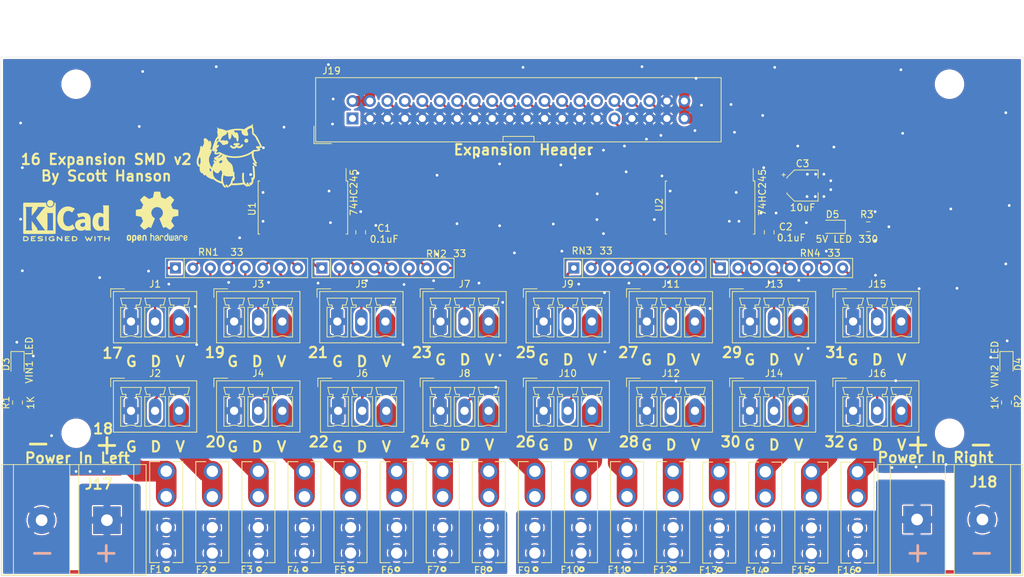
<source format=kicad_pcb>
(kicad_pcb (version 20211014) (generator pcbnew)
  (title_block (title "16 Expansion SMD") (date "2022-05-08") (rev "v2") (company "Scott Hanson"))
  (layers (0 "F.Cu" signal) (31 "B.Cu" signal) (34 "B.Paste" user) (35 "F.Paste" user) (36 "B.SilkS" user "B.Silkscreen") (37 "F.SilkS" user "F.Silkscreen") (38 "B.Mask" user) (39 "F.Mask" user) (44 "Edge.Cuts" user))
  (net 0 "")
  (net 1 "GND")
  (net 2 "+5V")
  (net 3 "Net-(RN1-Pad4)")
  (net 4 "Net-(RN1-Pad2)")
  (net 5 "Net-(RN2-Pad3)")
  (net 6 "Net-(RN2-Pad1)")
  (net 7 "Net-(RN1-Pad8)")
  (net 8 "Net-(RN1-Pad6)")
  (net 9 "Net-(RN2-Pad7)")
  (net 10 "Net-(RN2-Pad5)")
  (net 11 "VIN1")
  (net 12 "/Output 1-8/VOUT1")
  (net 13 "/Output 1-8/VOUT2")
  (net 14 "/Output 1-8/VOUT3")
  (net 15 "/Output 1-8/VOUT4")
  (net 16 "/Output 1-8/VOUT5")
  (net 17 "/Output 1-8/VOUT6")
  (net 18 "/Output 1-8/VOUT7")
  (net 19 "VIN2")
  (net 20 "/Output 1-8/VOUT8")
  (net 21 "/Output 9-16/VOUT9")
  (net 22 "/Output 9-16/VOUT10")
  (net 23 "/Output 9-16/VOUT11")
  (net 24 "/Output 9-16/VOUT12")
  (net 25 "/Output 9-16/VOUT13")
  (net 26 "/Output 9-16/VOUT14")
  (net 27 "/Output 9-16/VOUT15")
  (net 28 "/Output 9-16/VOUT16")
  (net 29 "/Output 1-8/DOUT1")
  (net 30 "/Output 1-8/DOUT2")
  (net 31 "/Output 1-8/DOUT3")
  (net 32 "/Output 1-8/DOUT4")
  (net 33 "/Output 1-8/DOUT5")
  (net 34 "/Output 1-8/DOUT6")
  (net 35 "/Output 1-8/DOUT7")
  (net 36 "/Output 1-8/DOUT8")
  (net 37 "/Output 9-16/DOUT9")
  (net 38 "/Output 9-16/DOUT10")
  (net 39 "/Output 9-16/DOUT11")
  (net 40 "/Output 9-16/DOUT12")
  (net 41 "/Output 9-16/DOUT13")
  (net 42 "/Output 9-16/DOUT14")
  (net 43 "/Output 9-16/DOUT15")
  (net 44 "/Output 9-16/DOUT16")
  (net 45 "Net-(RN3-Pad8)")
  (net 46 "Net-(RN3-Pad6)")
  (net 47 "Net-(RN3-Pad4)")
  (net 48 "Net-(RN3-Pad2)")
  (net 49 "Net-(RN4-Pad7)")
  (net 50 "Net-(RN4-Pad5)")
  (net 51 "Net-(RN4-Pad3)")
  (net 52 "Net-(RN4-Pad1)")
  (net 53 "OUT32")
  (net 54 "OUT24")
  (net 55 "OUT31")
  (net 56 "OUT23")
  (net 57 "OUT30")
  (net 58 "OUT22")
  (net 59 "OUT21")
  (net 60 "OUT20")
  (net 61 "OUT27")
  (net 62 "OUT19")
  (net 63 "OUT26")
  (net 64 "OUT18")
  (net 65 "OUT25")
  (net 66 "OUT17")
  (net 67 "OUT29")
  (net 68 "OUT28")
  (net 69 "Net-(D3-Pad2)")
  (net 70 "Net-(D4-Pad2)")
  (net 71 "Net-(D5-Pad1)")
  (footprint "Capacitor_SMD:C_0805_2012Metric_Pad1.15x1.40mm_HandSolder" (layer "F.Cu") (at 181.901 103.6178 90)
    (fp_text reference "C2")
    (fp_text value "0.1uF")
  )
  (footprint "Connector_Phoenix_MC:PhoenixContact_MCV_1,5_3-G-3.5_1x03_P3.50mm_Vertical" (layer "F.Cu") (at 89.1 129.6)
    (fp_text reference "J2")
    (fp_text value "String2")
  )
  (footprint "Connector_Phoenix_MC:PhoenixContact_MCV_1,5_3-G-3.5_1x03_P3.50mm_Vertical" (layer "F.Cu") (at 119.1 116.6)
    (fp_text reference "J5")
    (fp_text value "String5")
  )
  (footprint "Connector_Phoenix_MC:PhoenixContact_MCV_1,5_3-G-3.5_1x03_P3.50mm_Vertical" (layer "F.Cu") (at 119.214342 129.6)
    (fp_text reference "J6")
    (fp_text value "String6")
  )
  (footprint "Connector_Phoenix_MC:PhoenixContact_MCV_1,5_3-G-3.5_1x03_P3.50mm_Vertical" (layer "F.Cu") (at 134.1 116.6)
    (fp_text reference "J7")
    (fp_text value "String7")
  )
  (footprint "Connector_Phoenix_MC:PhoenixContact_MCV_1,5_3-G-3.5_1x03_P3.50mm_Vertical" (layer "F.Cu") (at 134.1 129.6)
    (fp_text reference "J8")
    (fp_text value "String8")
  )
  (footprint "Connector_Phoenix_MC:PhoenixContact_MCV_1,5_3-G-3.5_1x03_P3.50mm_Vertical" (layer "F.Cu") (at 149.1 116.6)
    (fp_text reference "J9")
    (fp_text value "String9")
  )
  (footprint "Connector_Phoenix_MC:PhoenixContact_MCV_1,5_3-G-3.5_1x03_P3.50mm_Vertical" (layer "F.Cu") (at 149.1 129.6)
    (fp_text reference "J10")
    (fp_text value "String10")
  )
  (footprint "Connector_Phoenix_MC:PhoenixContact_MCV_1,5_3-G-3.5_1x03_P3.50mm_Vertical" (layer "F.Cu") (at 164.1 116.6)
    (fp_text reference "J11")
    (fp_text value "String11")
  )
  (footprint "Connector_Phoenix_MC:PhoenixContact_MCV_1,5_3-G-3.5_1x03_P3.50mm_Vertical" (layer "F.Cu") (at 164.1 129.6)
    (fp_text reference "J12")
    (fp_text value "String12")
  )
  (footprint "Connector_Phoenix_MC:PhoenixContact_MCV_1,5_3-G-3.5_1x03_P3.50mm_Vertical" (layer "F.Cu") (at 179.1 116.6)
    (fp_text reference "J13")
    (fp_text value "String13")
  )
  (footprint "Connector_Phoenix_MC:PhoenixContact_MCV_1,5_3-G-3.5_1x03_P3.50mm_Vertical" (layer "F.Cu") (at 179.1 129.6)
    (fp_text reference "J14")
    (fp_text value "String14")
  )
  (footprint "Connector_Phoenix_MC:PhoenixContact_MCV_1,5_3-G-3.5_1x03_P3.50mm_Vertical" (layer "F.Cu") (at 194.1 116.6)
    (fp_text reference "J15")
    (fp_text value "String15")
  )
  (footprint "Connector_Phoenix_MC:PhoenixContact_MCV_1,5_3-G-3.5_1x03_P3.50mm_Vertical" (layer "F.Cu") (at 194.1 129.6)
    (fp_text reference "J16")
    (fp_text value "String16")
  )
  (footprint "Keystone_Fuse:FUSE_3544-2" (layer "F.Cu") (at 94.2226 144.3386 90)
    (fp_text reference "F1")
    (fp_text value "3544-2")
  )
  (footprint "Keystone_Fuse:FUSE_3544-2" (layer "F.Cu") (at 134.425198 144.3486 90)
    (fp_text reference "F7")
    (fp_text value "3544-2")
  )
  (footprint "Keystone_Fuse:FUSE_3544-2" (layer "F.Cu") (at 181.328229 144.4136 90)
    (fp_text reference "F14")
    (fp_text value "3544-2")
  )
  (footprint "Capacitor_SMD:C_0805_2012Metric_Pad1.15x1.40mm_HandSolder" (layer "F.Cu") (at 122.501 103.6178 90)
    (fp_text reference "C1")
    (fp_text value "0.1uF")
  )
  (footprint "Keystone_Fuse:FUSE_3544-2" (layer "F.Cu") (at 100.923033 144.3536 90)
    (fp_text reference "F2")
    (fp_text value "3544-2")
  )
  (footprint "Keystone_Fuse:FUSE_3544-2" (layer "F.Cu") (at 127.724765 144.3486 90)
    (fp_text reference "F6")
    (fp_text value "3544-2")
  )
  (footprint "Keystone_Fuse:FUSE_3544-2" (layer "F.Cu") (at 141.125631 144.3486 90)
    (fp_text reference "F8")
    (fp_text value "3544-2")
  )
  (footprint "Keystone_Fuse:FUSE_3544-2" (layer "F.Cu") (at 147.826064 144.3486 90)
    (fp_text reference "F9")
    (fp_text value "3544-2")
  )
  (footprint "Keystone_Fuse:FUSE_3544-2" (layer "F.Cu") (at 154.526497 144.3486 90)
    (fp_text reference "F10")
    (fp_text value "3544-2")
  )
  (footprint "Keystone_Fuse:FUSE_3544-2" (layer "F.Cu") (at 194.7291 144.4136 90)
    (fp_text reference "F16")
    (fp_text value "3544-2")
  )
  (footprint "Keystone_Fuse:FUSE_3544-2" (layer "F.Cu") (at 121.024332 144.3486 90)
    (fp_text reference "F5")
    (fp_text value "3544-2")
  )
  (footprint "Keystone_Fuse:FUSE_3544-2" (layer "F.Cu") (at 107.623466 144.3536 90)
    (fp_text reference "F3")
    (fp_text value "3544-2")
  )
  (footprint "Keystone_Fuse:FUSE_3544-2" (layer "F.Cu") (at 174.627796 144.4136 90)
    (fp_text reference "F13")
    (fp_text value "3544-2")
  )
  (footprint "Resistor_THT:R_Array_SIP8" (layer "F.Cu") (at 95.5615 108.8136)
    (fp_text reference "RN1")
    (fp_text value "33")
  )
  (footprint "Keystone_Fuse:FUSE_3544-2" (layer "F.Cu") (at 161.22693 144.3486 90)
    (fp_text reference "F11")
    (fp_text value "3544-2")
  )
  (footprint "Resistor_THT:R_Array_SIP8" (layer "F.Cu") (at 153.4862 108.8136)
    (fp_text reference "RN3")
    (fp_text value "33")
  )
  (footprint "Resistor_THT:R_Array_SIP8" (layer "F.Cu") (at 174.8126 108.8136)
    (fp_text reference "RN4")
    (fp_text value "33")
  )
  (footprint "Resistor_THT:R_Array_SIP8" (layer "F.Cu") (at 116.8527 108.8136)
    (fp_text reference "RN2")
    (fp_text value "33")
  )
  (footprint "Keystone_Fuse:FUSE_3544-2" (layer "F.Cu") (at 114.323899 144.3536 90)
    (fp_text reference "F4")
    (fp_text value "3544-2")
  )
  (footprint "Connector_Phoenix_MC:PhoenixContact_MCV_1,5_3-G-3.5_1x03_P3.50mm_Vertical" (layer "F.Cu") (at 89.1 116.6)
    (fp_text reference "J1")
    (fp_text value "String1")
  )
  (footprint "Connector_Phoenix_MC:PhoenixContact_MCV_1,5_3-G-3.5_1x03_P3.50mm_Vertical" (layer "F.Cu") (at 104.1 116.6)
    (fp_text reference "J3")
    (fp_text value "String3")
  )
  (footprint "Connector_Phoenix_MC:PhoenixContact_MCV_1,5_3-G-3.5_1x03_P3.50mm_Vertical" (layer "F.Cu") (at 104.1 129.6)
    (fp_text reference "J4")
    (fp_text value "String4")
  )
  (footprint "Keystone_Fuse:FUSE_3544-2" (layer "F.Cu") (at 188.028662 144.4136 90)
    (fp_text reference "F15")
    (fp_text value "3544-2")
  )
  (footprint "Keystone_Fuse:FUSE_3544-2" (layer "F.Cu") (at 167.927363 144.3486 90)
    (fp_text reference "F12")
    (fp_text value "3544-2")
  )
  (footprint "MountingHole:MountingHole_3.7mm" (layer "F.Cu") (at 81.113 82.0666)
    (fp_text reference "REF**")
    (fp_text value "MountingHole_3.7mm")
  )
  (footprint "MountingHole:MountingHole_3.7mm" (layer "F.Cu") (at 208.113 82.0666)
    (fp_text reference "REF**")
    (fp_text value "MountingHole_3.7mm")
  )
  (footprint "LED_SMD:LED_0805_2012Metric_Pad1.15x1.40mm_HandSolder" (layer "F.Cu") (at 72.601 122.831 -90)
    (fp_text reference "D3")
    (fp_text value "VIN1 LED")
  )
  (footprint "Resistor_SMD:R_0805_2012Metric_Pad1.15x1.40mm_HandSolder" (layer "F.Cu") (at 72.601 128.392 -90)
    (fp_text reference "R1")
    (fp_text value "1K")
  )
  (footprint "LED_SMD:LED_0805_2012Metric_Pad1.15x1.40mm_HandSolder" (layer "F.Cu") (at 191.101 102.8178 180)
    (fp_text reference "D5")
    (fp_text value "5V LED")
  )
  (footprint "Connector_IDC:IDC-Header_2x20_P2.54mm_Vertical" (layer "F.Cu") (at 121.301 87.0578 90)
    (fp_text reference "J19")
    (fp_text value "Expansion Header")
  )
  (footprint "Resistor_SMD:R_0805_2012Metric_Pad1.15x1.40mm_HandSolder" (layer "F.Cu") (at 196.301 102.8178 180)
    (fp_text reference "R3")
    (fp_text value "330")
  )
  (footprint "Symbol:OSHW-Logo2_9.8x8mm_SilkScreen" (layer "F.Cu") (at 92.901 101.4178)
    (fp_text reference "REF**" hide)
    (fp_text value "OSHW-Logo2_9.8x8mm_SilkScreen" hide)
  )
  (footprint "Symbol:KiCad-Logo2_5mm_SilkScreen" (layer "F.Cu") (at 79.701 101.9178)
    (fp_text reference "REF**" hide)
    (fp_text value "KiCad-Logo2_5mm_SilkScreen" hide)
  )
  (footprint "Barrier_Blocks:BARRIER_BLOCK_1ROW_2POS_P9.5MM" (layer "F.Cu") (at 91.301 137.4178 180)
    (fp_text reference "J17")
    (fp_text value "Power In Left")
  )
  (footprint "MountingHole:MountingHole_3.7mm" (layer "F.Cu") (at 208.1276 132.8666)
    (fp_text reference "REF**")
    (fp_text value "MountingHole_3.7mm")
  )
  (footprint "Barrier_Blocks:BARRIER_BLOCK_1ROW_2POS_P9.5MM" (layer "F.Cu") (at 197.701 153.5178)
    (fp_text reference "J18")
    (fp_text value "Power In Right")
  )
  (footprint "Resistor_SMD:R_0805_2012Metric_Pad1.15x1.40mm_HandSolder" (layer "F.Cu") (at 216.401 128.392 -90)
    (fp_text reference "R2")
    (fp_text value "1K")
  )
  (footprint "LED_SMD:LED_0805_2012Metric_Pad1.15x1.40mm_HandSolder" (layer "F.Cu") (at 216.401 122.831 -90)
    (fp_text reference "D4")
    (fp_text value "VIN2 LED")
  )
  (footprint "Package_SO:SOIC-20W_7.5x12.8mm_P1.27mm" (layer "F.Cu") (at 173.301 100.0178 -90)
    (fp_text reference "U2")
    (fp_text value "74HC245")
  )
  (footprint "Package_SO:SOIC-20W_7.5x12.8mm_P1.27mm" (layer "F.Cu") (at 114.101 100.0178 -90)
    (fp_text reference "U1")
    (fp_text value "74HC245")
  )
  (footprint "Scotts:chewi_15" (layer "F.Cu") (at 103.191 91.3378)
    (fp_text reference "G***")
    (fp_text value "LOGO" hide)
  )
  (footprint "Capacitor_SMD:CP_Elec_4x5.3" (layer "F.Cu") (at 186.751 96.8178)
    (fp_text reference "C3")
    (fp_text value "10uF")
  )
  (footprint "MountingHole:MountingHole_3.7mm" (layer "F.Cu") (at 81.1276 132.8666)
    (fp_text reference "REF**")
    (fp_text value "MountingHole_3.7mm")
  )
  (gr_line (start 147.701 90.4678) (end 147.701 89.6678) (layer "F.SilkS") (width 0.12))
  (gr_line (start 147.701 89.6678) (end 143.201 89.6678) (layer "F.SilkS") (width 0.12))
  (gr_line (start 143.201 89.6678) (end 143.201 90.4678) (layer "F.SilkS") (width 0.12))
  (gr_line (start 218.801 153.6178) (end 218.801 78.1178) (layer "Edge.Cuts") (width 0.05))
  (gr_line (start 70.201 78.1178) (end 70.201 153.6178) (layer "Edge.Cuts") (width 0.05))
  (gr_line (start 218.801 78.1178) (end 70.201 78.1178) (layer "Edge.Cuts") (width 0.05))
  (gr_line (start 218.801 153.6178) (end 70.201 153.6178) (layer "Edge.Cuts") (width 0.05))
  (gr_text "-" (at 76.201 150.1178) (layer "B.SilkS") (effects (font (size 3 3) (thickness 0.4)) (justify mirror)))
  (gr_text "+" (at 85.501 150.1178) (layer "B.SilkS") (effects (font (size 3 3) (thickness 0.4)) (justify mirror)))
  (gr_text "+" (at 203.501 150.1178) (layer "B.SilkS") (effects (font (size 3 3) (thickness 0.4)) (justify mirror)))
  (gr_text "-" (at 212.801 150.1178) (layer "B.SilkS") (effects (font (size 3 3) (thickness 0.4)) (justify mirror)))
  (gr_text "G" (at 103.886 134.828) (layer "F.SilkS") (effects (font (size 1.5 1.5) (thickness 0.3))))
  (gr_text "D" (at 122.682 134.828) (layer "F.SilkS") (effects (font (size 1.5 1.5) (thickness 0.3))))
  (gr_text "V" (at 171.196 134.574) (layer "F.SilkS") (effects (font (size 1.5 1.5) (thickness 0.3))))
  (gr_text "D" (at 167.64 134.574) (layer "F.SilkS") (effects (font (size 1.5 1.5) (thickness 0.3))))
  (gr_text "V" (at 186.182 134.574) (layer "F.SilkS") (effects (font (size 1.5 1.5) (thickness 0.3))))
  (gr_text "G" (at 119.126 134.828) (layer "F.SilkS") (effects (font (size 1.5 1.5) (thickness 0.3))))
  (gr_text "G" (at 179.07 134.574) (layer "F.SilkS") (effects (font (size 1.5 1.5) (thickness 0.3))))
  (gr_text "V" (at 201.168 134.574) (layer "F.SilkS") (effects (font (size 1.5 1.5) (thickness 0.3))))
  (gr_text "D" (at 197.612 134.574) (layer "F.SilkS") (effects (font (size 1.5 1.5) (thickness 0.3))))
  (gr_text "G" (at 194.056 134.574) (layer "F.SilkS") (effects (font (size 1.5 1.5) (thickness 0.3))))
  (gr_text "D" (at 137.668 134.574) (layer "F.SilkS") (effects (font (size 1.5 1.5) (thickness 0.3))))
  (gr_text "D" (at 107.442 134.828) (layer "F.SilkS") (effects (font (size 1.5 1.5) (thickness 0.3))))
  (gr_text "D" (at 182.626 134.574) (layer "F.SilkS") (effects (font (size 1.5 1.5) (thickness 0.3))))
  (gr_text "V" (at 96.266 134.828) (layer "F.SilkS") (effects (font (size 1.5 1.5) (thickness 0.3))))
  (gr_text "V" (at 156.21 134.574) (layer "F.SilkS") (effects (font (size 1.5 1.5) (thickness 0.3))))
  (gr_text "G" (at 149.098 134.574) (layer "F.SilkS") (effects (font (size 1.5 1.5) (thickness 0.3))))
  (gr_text "G" (at 134.112 134.574) (layer "F.SilkS") (effects (font (size 1.5 1.5) (thickness 0.3))))
  (gr_text "V" (at 110.998 134.828) (layer "F.SilkS") (effects (font (size 1.5 1.5) (thickness 0.3))))
  (gr_text "G" (at 89.154 134.828) (layer "F.SilkS") (effects (font (size 1.5 1.5) (thickness 0.3))))
  (gr_text "D" (at 92.71 134.828) (layer "F.SilkS") (effects (font (size 1.5 1.5) (thickness 0.3))))
  (gr_text "V" (at 141.224 134.574) (layer "F.SilkS") (effects (font (size 1.5 1.5) (thickness 0.3))))
  (gr_text "V" (at 126.238 134.828) (layer "F.SilkS") (effects (font (size 1.5 1.5) (thickness 0.3))))
  (gr_text "D" (at 152.654 134.574) (layer "F.SilkS") (effects (font (size 1.5 1.5) (thickness 0.3))))
  (gr_text "G" (at 164.084 134.574) (layer "F.SilkS") (effects (font (size 1.5 1.5) (thickness 0.3))))
  (gr_text "D" (at 92.71 122.428) (layer "F.SilkS") (effects (font (size 1.5 1.5) (thickness 0.3))))
  (gr_text "G" (at 89.154 122.428) (layer "F.SilkS") (effects (font (size 1.5 1.5) (thickness 0.3))))
  (gr_text "V" (at 96.266 122.428) (layer "F.SilkS") (effects (font (size 1.5 1.5) (thickness 0.3))))
  (gr_text "+" (at 203.541 134.3658) (layer "F.SilkS") (effects (font (size 3 3) (thickness 0.4))))
  (gr_text "${TITLE} ${REVISION}\nBy ${COMPANY}\n" (at 85.501 94.2178) (layer "F.SilkS") (effects (font (size 1.5 1.5) (thickness 0.3))))
  (gr_text "17" (at 86.401 121.2178) (layer "F.SilkS") (effects (font (size 1.5 1.5) (thickness 0.3))))
  (gr_text "22" (at 116.401 134.1178) (layer "F.SilkS") (effects (font (size 1.5 1.5) (thickness 0.3))))
  (gr_text "31" (at 191.501 121.1178) (layer "F.SilkS") (effects (font (size 1.5 1.5) (thickness 0.3))))
  (gr_text "V" (at 110.998 122.428) (layer "F.SilkS") (effects (font (size 1.5 1.5) (thickness 0.3))))
  (gr_text "-" (at 212.685 134.3658) (layer "F.SilkS") (effects (font (size 3 3) (thickness 0.4))))
  (gr_text "23" (at 131.401 121.1178) (layer "F.SilkS") (effects (font (size 1.5 1.5) (thickness 0.3))))
  (gr_text "V" (at 126.238 122.428) (layer "F.SilkS") (effects (font (size 1.5 1.5) (thickness 0.3))))
  (gr_text "25" (at 146.501 121.1178) (layer "F.SilkS") (effects (font (size 1.5 1.5) (thickness 0.3))))
  (gr_text "V" (at 141.224 122.174) (layer "F.SilkS") (effects (font (size 1.5 1.5) (thickness 0.3))))
  (gr_text "G" (at 164.084 122.174) (layer "F.SilkS") (effects (font (size 1.5 1.5) (thickness 0.3))))
  (gr_text "D" (at 197.612 122.174) (layer "F.SilkS") (effects (font (size 1.5 1.5) (thickness 0.3))))
  (gr_text "18" (at 85.051 132.2178) (layer "F.SilkS") (effects (font (size 1.5 1.5) (thickness 0.3))))
  (gr_text "G" (at 194.056 122.174) (layer "F.SilkS") (effects (font (size 1.5 1.5) (thickness 0.3))))
  (gr_text "G" (at 179.07 122.174) (layer "F.SilkS") (effects (font (size 1.5 1.5) (thickness 0.3))))
  (gr_text "29" (at 176.501 121.1178) (layer "F.SilkS") (effects (font (size 1.5 1.5) (thickness 0.3))))
  (gr_text "27" (at 161.401 121.1178) (layer "F.SilkS") (effects (font (size 1.5 1.5) (thickness 0.3))))
  (gr_text "30" (at 176.301 134.1178) (layer "F.SilkS") (effects (font (size 1.5 1.5) (thickness 0.3))))
  (gr_text "+" (at 85.601 134.4178) (layer "F.SilkS") (effects (font (size 3 3) (thickness 0.4))))
  (gr_text "V" (at 156.21 122.174) (layer "F.SilkS") (effects (font (size 1.5 1.5) (thickness 0.3))))
  (gr_text "D" (at 152.654 122.174) (layer "F.SilkS") (effects (font (size 1.5 1.5) (thickness 0.3))))
  (gr_text "D" (at 107.442 122.428) (layer "F.SilkS") (effects (font (size 1.5 1.5) (thickness 0.3))))
  (gr_text "V" (at 186.182 122.174) (layer "F.SilkS") (effects (font (size 1.5 1.5) (thickness 0.3))))
  (gr_text "G" (at 119.126 122.428) (layer "F.SilkS") (effects (font (size 1.5 1.5) (thickness 0.3))))
  (gr_text "26" (at 146.501 134.1178) (layer "F.SilkS") (effects (font (size 1.5 1.5) (thickness 0.3))))
  (gr_text "-" (at 75.601 134.2178) (layer "F.SilkS") (effects (font (size 3 3) (thickness 0.4))))
  (gr_text "G" (at 134.112 122.174) (layer "F.SilkS") (effects (font (size 1.5 1.5) (thickness 0.3))))
  (gr_text "V" (at 171.196 122.174) (layer "F.SilkS") (effects (font (size 1.5 1.5) (thickness 0.3))))
  (gr_text "D" (at 122.682 122.428) (layer "F.SilkS") (effects (font (size 1.5 1.5) (thickness 0.3))))
  (gr_text "28" (at 161.501 134.1178) (layer "F.SilkS") (effects (font (size 1.5 1.5) (thickness 0.3))))
  (gr_text "21" (at 116.301 121.1178) (layer "F.SilkS") (effects (font (size 1.5 1.5) (thickness 0.3))))
  (gr_text "D" (at 182.626 122.174) (layer "F.SilkS") (effects (font (size 1.5 1.5) (thickness 0.3))))
  (gr_text "D" (at 167.64 122.174) (layer "F.SilkS") (effects (font (size 1.5 1.5) (thickness 0.3))))
  (gr_text "32" (at 191.401 134.1178) (layer "F.SilkS") (effects (font (size 1.5 1.5) (thickness 0.3))))
  (gr_text "24" (at 131.101 134.1178) (layer "F.SilkS") (effects (font (size 1.5 1.5) (thickness 0.3))))
  (gr_text "D" (at 137.668 122.174) (layer "F.SilkS") (effects (font (size 1.5 1.5) (thickness 0.3))))
  (gr_text "V" (at 201.168 122.174) (layer "F.SilkS") (effects (font (size 1.5 1.5) (thickness 0.3))))
  (gr_text "20" (at 101.401 134.1178) (layer "F.SilkS") (effects (font (size 1.5 1.5) (thickness 0.3))))
  (gr_text "G" (at 103.886 122.428) (layer "F.SilkS") (effects (font (size 1.5 1.5) (thickness 0.3))))
  (gr_text "19" (at 101.301 121.1178) (layer "F.SilkS") (effects (font (size 1.5 1.5) (thickness 0.3))))
  (gr_text "G" (at 149.098 122.174) (layer "F.SilkS") (effects (font (size 1.5 1.5) (thickness 0.3))))
  (via (at 98.651 119.9678) (size 0.8) (drill 0.4) (layers "F.Cu" "B.Cu") (net 1))
  (via (at 158.001 121.0178) (size 0.8) (drill 0.4) (layers "F.Cu" "B.Cu") (net 1))
  (via (at 177.101 97.8178) (size 0.8) (drill 0.4) (layers "F.Cu" "B.Cu") (net 1))
  (via (at 203.701 111.8178) (size 0.8) (drill 0.4) (layers "F.Cu" "B.Cu") (net 1))
  (via (at 172.051 85.1178) (size 0.8) (drill 0.4) (layers "F.Cu" "B.Cu") (net 1))
  (via (at 216.301 108.2178) (size 0.8) (drill 0.4) (layers "F.Cu" "B.Cu") (net 1))
  (via (at 123.351 110.6678) (size 0.8) (drill 0.4) (layers "F.Cu" "B.Cu") (net 1))
  (via (at 73.051 101.7178) (size 0.8) (drill 0.4) (layers "F.Cu" "B.Cu") (net 1))
  (via (at 146.101 79.6178) (size 0.8) (drill 0.4) (layers "F.Cu" "B.Cu") (net 1))
  (via (at 84.551 110.2178) (size 0.8) (drill 0.4) (layers "F.Cu" "B.Cu") (net 1))
  (via (at 133.551 106.8178) (size 0.8) (drill 0.4) (layers "F.Cu" "B.Cu") (net 1))
  (via (at 167.251 110.9178) (size 0.8) (drill 0.4) (layers "F.Cu" "B.Cu") (net 1))
  (via (at 182.701 79.6178) (size 0.8) (drill 0.4) (layers "F.Cu" "B.Cu") (net 1))
  (via (at 156.851 101.7678) (size 0.8) (drill 0.4) (layers "F.Cu" "B.Cu") (net 1))
  (via (at 142.151 126.1678) (size 0.8) (drill 0.4) (layers "F.Cu" "B.Cu") (net 1))
  (via (at 124.701 102.6178) (size 0.8) (drill 0.4) (layers "F.Cu" "B.Cu") (net 1))
  (via (at 136.501 102.3678) (size 0.8) (drill 0.4) (layers "F.Cu" "B.Cu") (net 1))
  (via (at 199.301 102.8178) (size 0.8) (drill 0.4) (layers "F.Cu" "B.Cu") (net 1))
  (via (at 157.801 91.6678) (size 0.8) (drill 0.4) (layers "F.Cu" "B.Cu") (net 1))
  (via (at 216.301 86.2178) (size 0.8) (drill 0.4) (layers "F.Cu" "B.Cu") (net 1))
  (via (at 154.201 111.1678) (size 0.8) (drill 0.4) (layers "F.Cu" "B.Cu") (net 1))
  (via (at 197.351 109.8678) (size 0.8) (drill 0.4) (layers "F.Cu" "B.Cu") (net 1))
  (via (at 139.551 92.5178) (size 0.8) (drill 0.4) (layers "F.Cu" "B.Cu") (net 1))
  (via (at 190.851 96.1178) (size 0.8) (drill 0.4) (layers "F.Cu" "B.Cu") (net 1))
  (via (at 156.901 98.0178) (size 0.8) (drill 0.4) (layers "F.Cu" "B.Cu") (net 1))
  (via (at 173.301 114.7178) (size 0.8) (drill 0.4) (layers "F.Cu" "B.Cu") (net 1))
  (via (at 108.301 102.0178) (size 0.8) (drill 0.4) (layers "F.Cu" "B.Cu") (net 1))
  (via (at 90.801 80.2178) (size 0.8) (drill 0.4) (layers "F.Cu" "B.Cu") (net 1))
  (via (at 81.113 138.4298) (size 0.8) (drill 0.4) (layers "F.Cu" "B.Cu") (net 1))
  (via (at 144.851 106.6178) (size 0.8) (drill 0.4) (layers "F.Cu" "B.Cu") (net 1))
  (via (at 150.501 102.4178) (size 0.8) (drill 0.4) (layers "F.Cu" "B.Cu") (net 1))
  (via (at 116.301 111.0178) (size 0.8) (drill 0.4) (layers "F.Cu" "B.Cu") (net 1))
  (via (at 216.501 119.4178) (size 0.8) (drill 0.4) (layers "F.Cu" "B.Cu") (net 1))
  (via (at 203.251 137.7678) (size 0.8) (drill 0.4) (layers "F.Cu" "B.Cu") (net 1))
  (via (at 166.301 95.4178) (size 0.8) (drill 0.4) (layers "F.Cu" "B.Cu") (net 1))
  (via (at 164.051 90.0678) (size 0.8) (drill 0.4) (layers "F.Cu" "B.Cu") (net 1))
  (via (at 108.301 97.8178) (size 0.8) (drill 0.4) (layers "F.Cu" "B.Cu") (net 1))
  (via (at 189.851 98.4178) (size 0.8) (drill 0.4) (layers "F.Cu" "B.Cu") (net 1))
  (via (at 161.501 111.0178) (size 0.8) (drill 0.4) (layers "F.Cu" "B.Cu") (net 1))
  (via (at 73.301 109.2178) (size 0.8) (drill 0.4) (layers "F.Cu" "B.Cu") (net 1))
  (via (at 155.801 92.2178) (size 0.8) (drill 0.4) (layers "F.Cu" "B.Cu") (net 1))
  (via (at 188.601 98.4178) (size 0.8) (drill 0.4) (layers "F.Cu" "B.Cu") (net 1))
  (via (at 118.401 87.8678) (size 0.8) (drill 0.4) (layers "F.Cu" "B.Cu") (net 1))
  (via (at 187.401 98.4178) (size 0.8) (drill 0.4) (layers "F.Cu" "B.Cu") (net 1))
  (via (at 216.801 99.7178) (size 0.8) (drill 0.4) (layers "F.Cu" "B.Cu") (net 1))
  (via (at 153.651 92.7678) (size 0.8) (drill 0.4) (layers "F.Cu" "B.Cu") (net 1))
  (via (at 197.301 104.8178) (size 0.8) (drill 0.4) (layers "F.Cu" "B.Cu") (net 1))
  (via (at 133.101 110.6678) (size 0.8) (drill 0.4) (layers "F.Cu" "B.Cu") (net 1))
  (via (at 186.051 91.0678) (size 0.8) (drill 0.4) (layers "F.Cu" "B.Cu") (net 1))
  (via (at 165.201 101.7678) (size 0.8) (drill 0.4) (layers "F.Cu" "B.Cu") (net 1))
  (via (at 109.101 110.9178) (size 0.8) (drill 0.4) (layers "F.Cu" "B.Cu") (net 1))
  (via (at 108.351 91.3178) (size 0.8) (drill 0.4) (layers "F.Cu" "B.Cu") (net 1))
  (via (at 176.101 102.0178) (size 0.8) (drill 0.4) (layers "F.Cu" "B.Cu") (net 1))
  (via (at 201.301 89.2178) (size 0.8) (drill 0.4) (layers "F.Cu" "B.Cu") (net 1))
  (via (at 181.101 94.2178) (size 0.8) (drill 0.4) (layers "F.Cu" "B.Cu") (net 1))
  (via (at 186.201 110.6178) (size 0.8) (drill 0.4) (layers "F.Cu" "B.Cu") (net 1))
  (via (at 201.051 79.9678) (size 0.8) (drill 0.4) (layers "F.Cu" "B.Cu") (net 1))
  (via (at 73.051 87.7178) (size 0.8) (drill 0.4) (layers "F.Cu" "B.Cu") (net 1))
  (via (at 94.601 111.1678) (size 0.8) (drill 0.4) (layers "F.Cu" "B.Cu") (net 1))
  (via (at 72.501 119.6178) (size 0.8) (drill 0.4) (layers "F.Cu" "B.Cu") (net 1))
  (via (at 118.501 84.2178) (size 0.8) (drill 0.4) (layers "F.Cu" "B.Cu") (net 1))
  (via (at 127.251 113.7678) (size 0.8) (drill 0.4) (layers "F.Cu" "B.Cu") (net 1))
  (via (at 180.701 100.8178) (size 0.8) (drill 0.4) (layers "F.Cu" "B.Cu") (net 1))
  (via (at 190.851 97.4178) (size 0.8) (drill 0.4) (layers "F.Cu" "B.Cu") (net 1))
  (via (at 166.151 89.5178) (size 0.8) (drill 0.4) (layers "F.Cu" "B.Cu") (net 1))
  (via (at 191.301 91.2178) (size 0.8) (drill 0.4) (layers "F.Cu" "B.Cu") (net 1))
  (via (at 180.951 86.6178) (size 0.8) (drill 0.4) (layers "F.Cu" "B.Cu") (net 1))
  (via (at 187.301 102.2178) (size 0.8) (drill 0.4) (layers "F.Cu" "B.Cu") (net 1))
  (via (at 182.901 100.8178) (size 0.8) (drill 0.4) (layers "F.Cu" "B.Cu") (net 1))
  (via (at 118.101 102.2178) (size 0.8) (drill 0.4) (layers "F.Cu" "B.Cu") (net 1))
  (via (at 209.201 111.7678) (size 0.8) (drill 0.4) (layers "F.Cu" "B.Cu") (net 1))
  (via (at 104.901 104.4178) (size 0.8) (drill 0.4) (layers "F.Cu" "B.Cu") (net 1))
  (via (at 207.605 137.4138) (size 0.8) (drill 0.4) (layers "F.Cu" "B.Cu") (net 1))
  (via (at 139.701 111.0178) (size 0.8) (drill 0.4) (layers "F.Cu" "B.Cu") (net 1))
  (via (at 122.101 95.0178) (size 0.8) (drill 0.4) (layers "F.Cu" "B.Cu") (net 1))
  (via (at 98.451 114.4178) (size 0.8) (drill 0.4) (layers "F.Cu" "B.Cu") (net 1))
  (via (at 157.951 112.4178) (size 0.8) (drill 0.4) (layers "F.Cu" "B.Cu") (net 1))
  (via (at 187.451 95.1678) (size 0.8) (drill 0.4) (layers "F.Cu" "B.Cu") (net 1))
  (via (at 161.101 94.8178) (size 0.8) (drill 0.4) (layers "F.Cu" "B.Cu") (net 1))
  (via (at 176.851 89.0678) (size 0.8) (drill 0.4) (layers "F.Cu" "B.Cu") (net 1))
  (via (at 187.551 120.5178) (size 0.8) (drill 0.4) (layers "F.Cu" "B.Cu") (net 1))
  (via (at 151.751 106.3678) (size 0.8) (drill 0.4) (layers "F.Cu" "B.Cu") (net 1))
  (via (at 151.601 93.8178) (size 0.8) (drill 0.4) (layers "F.Cu" "B.Cu") (net 1))
  (via (at 171.261 81.2178) (size 0.8) (drill 0.4) (layers "F.Cu" "B.Cu") (net 1))
  (via (at 171.101 88.8178) (size 0.8) (drill 0.4) (layers "F.Cu" "B.Cu") (net 1))
  (via (at 181.901 110.9178) (size 0.8) (drill 0.4) (layers "F.Cu" "B.Cu") (net 1))
  (via (at 106.501 95.2178) (size 0.8) (drill 0.4) (layers "F.Cu" "B.Cu") (net 1))
  (via (at 143.151 113.8178) (size 0.8) (drill 0.4) (layers "F.Cu" "B.Cu") (net 1))
  (via (at 167.501 97.6178) (size 0.8) (drill 0.4) (layers "F.Cu" "B.Cu") (net 1))
  (via (at 128.651 119.9678) (size 0.8) (drill 0.4) (layers "F.Cu" "B.Cu") (net 1))
  (via (at 168.351 125.2678) (size 0.8) (drill 0.4) (layers "F.Cu" "B.Cu") (net 1))
  (via (at 189.851 95.1678) (size 0.8) (drill 0.4) (layers "F.Cu" "B.Cu") (net 1))
  (via (at 74.901 121.6178) (size 0.8) (drill 0.4) (layers "F.Cu" "B.Cu") (net 1))
  (via (at 142.751 121.5178) (size 0.8) (drill 0.4) (layers "F.Cu" "B.Cu") (net 1))
  (via (at 117.801 79.2178) (size 0.8) (drill 0.4) (layers "F.Cu" "B.Cu") (net 1))
  (via (at 176.351 85.0178) (size 0.8) (drill 0.4) (layers "F.Cu" "B.Cu") (net 1))
  (via (at 128.801 111.2178) (size 0.8) (drill 0.4) (layers "F.Cu" "B.Cu") (net 1))
  (via (at 157.801 103.8178) (size 0.8) (drill 0.4) (layers "F.Cu" "B.Cu") (net 1))
  (via (at 190.201 106.3678) (size 0.8) (drill 0.4) (layers "F.Cu" "B.Cu") (net 1))
  (via (at 188.651 95.1678) (size 0.8) (drill 0.4) (layers "F.Cu" "B.Cu") (net 1))
  (via (at 101.501 79.5178) (size 0.8) (drill 0.4) (layers "F.Cu" "B.Cu") (net 1))
  (via (at 83.145 138.4298) (size 0.8) (drill 0.4) (layers "F.Cu" "B.Cu") (net 1))
  (via (at 160.851 91.0678) (size 0.8) (drill 0.4) (layers "F.Cu" "B.Cu") (net 1))
  (via (at 208.301 100.2178) (size 0.8) (drill 0.4) (layers "F.Cu" "B.Cu") (net 1))
  (via (at 73.301 94.2178) (size 0.8) (drill 0.4) (layers "F.Cu" "B.Cu") (net 1))
  (via (at 163.401 79.5178) (size 0.8) (drill 0.4) (layers "F.Cu" "B.Cu") (net 1))
  (via (at 199.751 137.8678) (size 0.8) (drill 0.4) (layers "F.Cu" "B.Cu") (net 1))
  (via (at 90.301 88.2178) (size 0.8) (drill 0.4) (layers "F.Cu" "B.Cu") (net 1))
  (via (at 200.301 125.2178) (size 0.8) (drill 0.4) (layers "F.Cu" "B.Cu") (net 1))
  (via (at 142.701 93.6678) (size 0.8) (drill 0.4) (layers "F.Cu" "B.Cu") (net 1))
  (via (at 103.301 110.9178) (size 0.8) (drill 0.4) (layers "F.Cu" "B.Cu") (net 1))
  (via (at 177.501 102.0178) (size 0.8) (drill 0.4) (layers "F.Cu" "B.Cu") (net 1))
  (via (at 85.177 138.4298) (size 0.8) (drill 0.4) (layers "F.Cu" "B.Cu") (net 1))
  (via (at 77.551 133.2178) (size 0.8) (drill 0.4) (layers "F.Cu" "B.Cu") (net 1))
  (via (at 142.701 102.6678) (size 0.8) (drill 0.4) (layers "F.Cu" "B.Cu") (net 1))
  (via (at 197.301 100.6178) (size 0.8) (drill 0.4) (layers "F.Cu" "B.Cu") (net 1))
  (via (at 111.351 88.3178) (size 0.8) (drill 0.4) (layers "F.Cu" "B.Cu") (net 1))
  (via (at 133.601 95.3178) (size 0.8) (drill 0.4) (layers "F.Cu" "B.Cu") (net 1))
  (via (at 91.651 109.2678) (size 0.8) (drill 0.4) (layers "F.Cu" "B.Cu") (net 1))
  (via (at 122.501 100.6178) (size 0.8) (drill 0.4) (layers "F.Cu" "B.Cu") (net 1))
  (via (at 117.901 97.6178) (size 0.8) (drill 0.4) (layers "F.Cu" "B.Cu") (net 1))
  (via (at 214.101 121.8178) (size 0.8) (drill 0.4) (layers "F.Cu" "B.Cu") (net 1))
  (segment (start 179.016 102.3328) (end 179.016 104.6678) (width 1) (layer "F.Cu") (net 2))
  (segment (start 181.876 104.6678) (end 181.901 104.6428) (width 1) (layer "F.Cu") (net 2))
  (segment (start 169.561 84.5178) (end 169.561 83.296486) (width 1.5) (layer "F.Cu") (net 2))
  (segment (start 123.841 83.296486) (end 123.841 84.5178) (width 1.5) (layer "F.Cu") (net 2))
  (segment (start 119.816 104.6678) (end 122.476 104.6678) (width 1) (layer "F.Cu") (net 2))
  (segment (start 122.476 104.6678) (end 122.501 104.6428) (width 1) (layer "F.Cu") (net 2))
  (segment (start 169.561 83.296486) (end 167.882314 81.6178) (width 1.5) (layer "F.Cu") (net 2))
  (segment (start 181.901 104.6428) (end 184.926 104.6428) (width 1) (layer "F.Cu") (net 2))
  (segment (start 179.016 95.3678) (end 179.016 102.3328) (width 1) (layer "F.Cu") (net 2))
  (segment (start 167.882314 81.6178) (end 125.519686 81.6178) (width 1.5) (layer "F.Cu") (net 2))
  (segment (start 119.816 95.3678) (end 119.816 104.6678) (width 1) (layer "F.Cu") (net 2))
  (segment (start 179.016 100.0178) (end 179.016 102.3328) (width 1) (layer "F.Cu") (net 2))
  (segment (start 179.016 104.6678) (end 181.876 104.6678) (width 1) (layer "F.Cu") (net 2))
  (segment (start 155.701 100.0178) (end 179.016 100.0178) (width 1) (layer "F.Cu") (net 2))
  (segment (start 123.841 84.5178) (end 121.301 84.5178) (width 1.5) (layer "F.Cu") (net 2))
  (segment (start 184.926 104.6428) (end 188.251 104.6428) (width 1) (layer "F.Cu") (net 2))
  (segment (start 125.519686 81.6178) (end 123.841 83.296486) (width 1.5) (layer "F.Cu") (net 2))
  (segment (start 169.561 87.0578) (end 169.561 84.5178) (width 1.5) (layer "F.Cu") (net 2))
  (segment (start 184.926 93.7928) (end 184.926 104.6428) (width 1.5) (layer "F.Cu") (net 2))
  (segment (start 151.076 104.6428) (end 155.701 100.0178) (width 1) (layer "F.Cu") (net 2))
  (segment (start 122.501 104.6428) (end 151.076 104.6428) (width 1) (layer "F.Cu") (net 2))
  (segment (start 169.561 87.0578) (end 178.191 87.0578) (width 1.5) (layer "F.Cu") (net 2))
  (segment (start 178.191 87.0578) (end 184.926 93.7928) (width 1.5) (layer "F.Cu") (net 2))
  (segment (start 188.251 104.6428) (end 190.076 102.8178) (width 1) (layer "F.Cu") (net 2))
  (segment (start 104.7343 107.2608) (end 103.1815 108.8136) (width 0.35) (layer "F.Cu") (net 3))
  (segment (start 109.501 106.2178) (end 109.501 104.8228) (width 0.35) (layer "F.Cu") (net 3))
  (segment (start 108.458 107.2608) (end 104.7343 107.2608) (width 0.35) (layer "F.Cu") (net 3))
  (segment (start 109.501 104.8228) (end 109.656 104.6678) (width 0.35) (layer "F.Cu") (net 3))
  (segment (start 109.501 106.2178) (end 108.458 107.2608) (width 0.35) (layer "F.Cu") (net 3))
  (segment (start 105.093 106.6258) (end 100.2893 106.6258) (width 0.35) (layer "F.Cu") (net 4))
  (segment (start 108.336 104.6178) (end 108.386 104.6678) (width 0.35) (layer "F.Cu") (net 4))
  (segment (start 100.2893 106.6258) (end 98.1015 108.8136) (width 0.35) (layer "F.Cu") (net 4))
  (segment (start 107.101 104.6178) (end 105.093 106.6258) (width 0.35) (layer "F.Cu") (net 4))
  (segment (start 107.101 104.6178) (end 108.336 104.6178) (width 0.35) (layer "F.Cu") (net 4))
  (segment (start 114.736 104.6678) (end 114.736 105.8528) (width 0.35) (layer "F.Cu") (net 5))
  (segment (start 114.736 105.8528) (end 116.301 107.4178) (width 0.35) (layer "F.Cu") (net 5))
  (segment (start 116.301 107.4178) (end 120.5369 107.4178) (width 0.35) (layer "F.Cu") (net 5))
  (segment (start 120.5369 107.4178) (end 121.9327 108.8136) (width 0.35) (layer "F.Cu") (net 5))
  (segment (start 113.466 104.6678) (end 113.466 105.9828) (width 0.35) (layer "F.Cu") (net 6))
  (segment (start 116.2968 108.8136) (end 116.8527 108.8136) (width 0.35) (layer "F.Cu") (net 6))
  (segment (start 113.466 105.9828) (end 116.2968 108.8136) (width 0.35) (layer "F.Cu") (net 6))
  (segment (start 113.3415 108.8136) (end 112.196 107.6681) (width 0.35) (layer "F.Cu") (net 7))
  (segment (start 112.196 107.6681) (end 112.196 104.6678) (width 0.35) (layer "F.Cu") (net 7))
  (segment (start 108.2615 108.8136) (end 110.926 106.1491) (width 0.35) (layer "F.Cu") (net 8))
  (segment (start 110.926 106.1491) (end 110.926 104.6678) (width 0.35) (layer "F.Cu") (net 8))
  (segment (start 117.900978 106.317778) (end 117.276 105.6928) (width 0.35) (layer "F.Cu") (net 9))
  (segment (start 117.276 105.6928) (end 117.276 104.6678) (width 0.35) (layer "F.Cu") (net 9))
  (segment (start 129.596878 106.317778) (end 117.900978 106.317778) (width 0.35) (layer "F.Cu") (net 9))
  (segment (start 132.0927 108.8136) (end 129.596878 106.317778) (width 0.35) (layer "F.Cu") (net 9))
  (segment (start 116.006 104.6678) (end 116.006 105.6928) (width 0.35) (layer "F.Cu") (net 10))
  (segment (start 117.180989 106.867789) (end 125.066889 106.867789) (width 0.35) (layer "F.Cu") (net 10))
  (segment (start 116.006 105.6928) (end 117.180989 106.867789) (width 0.35) (layer "F.Cu") (net 10))
  (segment (start 125.066889 106.867789) (end 126.212701 108.013601) (width 0.35) (layer "F.Cu") (net 10))
  (segment (start 126.212701 108.013601) (end 127.0127 108.8136) (width 0.35) (layer "F.Cu") (net 10))
  (segment (start 70.77601 130.14279) (end 70.77601 153.040805) (width 0.5) (layer "F.Cu") (net 11))
  (segment (start 72.601 129.417) (end 71.5018 129.417) (width 0.5) (layer "F.Cu") (net 11))
  (segment (start 70.77601 153.040805) (end 82.757839 153.04096) (width 0.5) (layer "F.Cu") (net 11))
  (segment (start 71.5018 129.417) (end 70.77601 130.14279) (width 0.5) (layer "F.Cu") (net 11))
  (segment (start 85.601 150.1978) (end 85.601 145.5178) (width 0.5) (layer "F.Cu") (net 11))
  (segment (start 82.757839 153.04096) (end 85.601 150.1978) (width 0.5) (layer "F.Cu") (net 11))
  (segment (start 96.1 119.449) (end 96.1 116.6) (width 3) (layer "F.Cu") (net 12))
  (segment (start 90.1026 138.3886) (end 94.2226 138.3886) (width 3) (layer "F.Cu") (net 12))
  (segment (start 85.46 125.24) (end 85.46 133.746) (width 3) (layer "F.Cu") (net 12))
  (segment (start 85.46 133.746) (end 90.1026 138.3886) (width 3) (layer "F.Cu") (net 12))
  (segment (start 94.2226 138.3886) (end 94.2226 142.0886) (width 3) (layer "F.Cu") (net 12))
  (segment (start 92.949 122.6) (end 96.1 119.449) (width 3) (layer "F.Cu") (net 12))
  (segment (start 88.1 122.6) (end 85.46 125.24) (width 2.999999) (layer "F.Cu") (net 12))
  (segment (start 88.1 122.6) (end 92.949 122.6) (width 3) (layer "F.Cu") (net 12))
  (segment (start 100.923033 142.1036) (end 100.923033 138.4036) (width 3) (layer "F.Cu") (net 13))
  (segment (start 100.1036 138.4036) (end 96.1 134.4) (width 3) (layer "F.Cu") (net 13))
  (segment (start 100.923033 138.4036) (end 100.1036 138.4036) (width 3) (layer "F.Cu") (net 13))
  (segment (start 96.1 134.4) (end 96.1 129.6) (width 3) (layer "F.Cu") (net 13))
  (segment (start 101.901 134.7178) (end 103.937666 134.7178) (width 3) (layer "F.Cu") (net 14))
  (segment (start 109.6864 122.8136) (end 103.3126 122.8136) (width 3) (layer "F.Cu") (net 14))
  (segment (start 111.1 121.4) (end 109.6864 122.8136) (width 3) (layer "F.Cu") (net 14))
  (segment (start 103.937666 134.7178) (end 107.623466 138.4036) (width 3) (layer "F.Cu") (net 14))
  (segment (start 111.1 116.6) (end 111.1 121.4) (width 3) (layer "F.Cu") (net 14))
  (segment (start 103.3126 122.8136) (end 100.33 125.7962) (width 3) (layer "F.Cu") (net 14))
  (segment (start 100.33 125.7962) (end 100.33 133.1468) (width 3) (layer "F.Cu") (net 14))
  (segment (start 100.33 133.1468) (end 101.901 134.7178) (width 3) (layer "F.Cu") (net 14))
  (segment (start 107.623466 142.1036) (end 107.623466 138.4036) (width 3) (layer "F.Cu") (net 14))
  (segment (start 111.1 129.6) (end 111.1 134.4) (width 3) (layer "F.Cu") (net 15))
  (segment (start 111.1 134.4) (end 114.323899 137.623899) (width 3) (layer "F.Cu") (net 15))
  (segment (start 114.323899 137.623899) (end 114.323899 138.4036) (width 3) (layer "F.Cu") (net 15))
  (segment (start 114.323899 142.1036) (end 114.323899 138.4036) (width 3) (layer "F.Cu") (net 15))
  (segment (start 121.024332 142.0986) (end 121.024332 138.3986) (width 3) (layer "F.Cu") (net 16))
  (segment (start 126.1 119.0262) (end 122.5262 122.6) (width 3) (layer "F.Cu") (net 16))
  (segment (start 126.1 116.6) (end 126.1 119.0262) (width 3) (layer "F.Cu") (net 16))
  (segment (start 122.5262 122.6) (end 118.35 122.6) (width 3) (layer "F.Cu") (net 16))
  (segment (start 118.35 122.6) (end 115.35 125.6) (width 3) (layer "F.Cu") (net 16))
  (segment (start 115.35 132.724268) (end 121.024332 138.3986) (width 3) (layer "F.Cu") (net 16))
  (segment (start 115.35 125.6) (end 115.35 132.724268) (width 3) (layer "F.Cu") (net 16))
  (segment (start 126.214342 134.940342) (end 126.214342 129.6) (width 3) (layer "F.Cu") (net 17))
  (segment (start 127.724765 138.3986) (end 127.724765 136.450765) (width 3) (layer "F.Cu") (net 17))
  (segment (start 127.724765 138.3986) (end 127.724765 142.0986) (width 3) (layer "F.Cu") (net 17))
  (segment (start 127.724765 136.450765) (end 126.214342 134.940342) (width 3) (layer "F.Cu") (net 17))
  (segment (start 134.425198 137.031198) (end 134.425198 138.3986) (width 3) (layer "F.Cu") (net 18))
  (segment (start 134.425198 138.3986) (end 134.425198 142.0986) (width 3) (layer "F.Cu") (net 18))
  (segment (start 137.7262 122.35) (end 133.35 122.35) (width 3) (layer "F.Cu") (net 18))
  (segment (start 141.1 116.6) (end 141.1 118.9762) (width 3) (layer "F.Cu") (net 18))
  (segment (start 141.1 118.9762) (end 137.7262 122.35) (width 3) (layer "F.Cu") (net 18))
  (segment (start 130.35 125.35) (end 130.35 132.956) (width 3) (layer "F.Cu") (net 18))
  (segment (start 133.35 122.35) (end 130.35 125.35) (width 3) (layer "F.Cu") (net 18))
  (segment (start 130.35 132.956) (end 134.425198 137.031198) (width 3) (layer "F.Cu") (net 18))
  (segment (start 216.401 129.417) (end 217.7002 129.417) (width 0.5) (layer "F.Cu") (net 19))
  (segment (start 218.221581 136.938381) (end 218.225838 153.042776) (width 0.5) (layer "F.Cu") (net 19))
  (segment (start 218.22599 129.94279) (end 218.22599 136.933972) (width 0.5) (layer "F.Cu") (net 19))
  (segment (start 217.7002 129.417) (end 218.22599 129.94279) (width 0.5) (layer "F.Cu") (net 19))
  (segment (start 218.225838 153.042776) (end 205.453811 153.042611) (width 0.5) (layer "F.Cu") (net 19))
  (segment (start 218.22599 136.933972) (end 218.221581 136.938381) (width 0.5) (layer "F.Cu") (net 19))
  (segment (start 203.401 150.9898) (end 203.401 145.4178) (width 0.5) (layer "F.Cu") (net 19))
  (segment (start 205.453811 153.042611) (end 203.401 150.9898) (width 0.5) (layer "F.Cu") (net 19))
  (segment (start 141.1 138.372969) (end 141.125631 138.3986) (width 3) (layer "F.Cu") (net 20))
  (segment (start 141.1 129.6) (end 141.1 138.372969) (width 3) (layer "F.Cu") (net 20))
  (segment (start 141.125631 138.3986) (end 141.125631 142.0986) (width 3) (layer "F.Cu") (net 20))
  (segment (start 149.5762 122.35) (end 152.7262 122.35) (width 3) (layer "F.Cu") (net 21))
  (segment (start 145.1 126.8262) (end 149.5762 122.35) (width 3) (layer "F.Cu") (net 21))
  (segment (start 147.826064 138.3986) (end 147.826064 142.0986) (width 3) (layer "F.Cu") (net 21))
  (segment (start 152.7262 122.35) (end 156.1 118.9762) (width 3) (layer "F.Cu") (net 21))
  (segment (start 156.1 118.9762) (end 156.1 116.6) (width 3) (layer "F.Cu") (net 21))
  (segment (start 147.826064 138.3986) (end 147.826064 138.222064) (width 3) (layer "F.Cu") (net 21))
  (segment (start 145.1 135.496) (end 145.1 126.8262) (width 3) (layer "F.Cu") (net 21))
  (segment (start 147.826064 138.222064) (end 145.1 135.496) (width 3) (layer "F.Cu") (net 21))
  (segment (start 156.1 136.825097) (end 156.1 129.6) (width 3) (layer "F.Cu") (net 22))
  (segment (start 154.526497 138.3986) (end 156.1 136.825097) (width 3) (layer "F.Cu") (net 22))
  (segment (start 154.526497 138.3986) (end 154.526497 142.0986) (width 3) (layer "F.Cu") (net 22))
  (segment (start 159.9426 126.7186) (end 164.3112 122.35) (width 3) (layer "F.Cu") (net 23))
  (segment (start 161.22693 142.0986) (end 161.22693 138.3986) (width 3) (layer "F.Cu") (net 23))
  (segment (start 159.9426 137.11427) (end 159.9426 126.7186) (width 3) (layer "F.Cu") (net 23))
  (segment (start 168.0262 122.35) (end 171.1 119.2762) (width 3) (layer "F.Cu") (net 23))
  (segment (start 161.22693 138.3986) (end 159.9426 137.11427) (width 3) (layer "F.Cu") (net 23))
  (segment (start 164.3112 122.35) (end 168.0262 122.35) (width 3) (layer "F.Cu") (net 23))
  (segment (start 171.1 119.2762) (end 171.1 116.6) (width 3) (layer "F.Cu") (net 23))
  (segment (start 171.1 133.1247) (end 171.1 129.6) (width 3) (layer "F.Cu") (net 24))
  (segment (start 167.927363 138.3986) (end 167.927363 142.0986) (width 3) (layer "F.Cu") (net 24))
  (segment (start 167.927363 138.3986) (end 167.927363 136.297337) (width 3) (layer "F.Cu") (net 24))
  (segment (start 167.927363 136.297337) (end 171.1 133.1247) (width 3) (layer "F.Cu") (net 24))
  (segment (start 175.0476 126.4136) (end 179.1112 122.35) (width 3) (layer "F.Cu") (net 25))
  (segment (start 174.627796 138.4636) (end 174.627796 134.333315) (width 3) (layer "F.Cu") (net 25))
  (segment (start 174.627796 134.333315) (end 175.0476 133.913511) (width 3) (layer "F.Cu") (net 25))
  (segment (start 186.1 118.101233) (end 186.1 116.6) (width 3) (layer "F.Cu") (net 25))
  (segment (start 174.627796 142.1636) (end 174.627796 138.4636) (width 3) (layer "F.Cu") (net 25))
  (segment (start 181.851233 122.35) (end 186.1 118.101233) (width 3) (layer "F.Cu") (net 25))
  (segment (start 175.0476 133.913511) (end 175.0476 126.4136) (width 3) (layer "F.Cu") (net 25))
  (segment (start 179.1112 122.35) (end 181.851233 122.35) (width 3) (layer "F.Cu") (net 25))
  (segment (start 181.328229 138.4636) (end 181.328229 142.1636) (width 3) (layer "F.Cu") (net 26))
  (segment (start 181.328229 137.732971) (end 186.1 132.9612) (width 3) (layer "F.Cu") (net 26))
  (segment (start 186.1 132.9612) (end 186.1 129.6) (width 3) (layer "F.Cu") (net 26))
  (segment (start 181.328229 138.4636) (end 181.328229 137.732971) (width 3) (layer "F.Cu") (net 26))
  (segment (start 194.3612 122.1) (end 197.101232 122.1) (width 3) (layer "F.Cu") (net 27))
  (segment (start 188.028662 138.4636) (end 190.378599 136.113663) (width 3) (layer "F.Cu") (net 27))
  (segment (start 201.1 118.101232) (end 197.101232 122.1) (width 2.999999) (layer "F.Cu") (net 27))
  (segment (start 190.378599 136.113663) (end 190.378599 126.082601) (width 3) (layer "F.Cu") (net 27))
  (segment (start 201.1 116.6) (end 201.1 118.101232) (width 2.999999) (layer "F.Cu") (net 27))
  (segment (start 188.028662 138.4636) (end 188.028662 142.1636) (width 3) (layer "F.Cu") (net 27))
  (segment (start 190.378599 126.082601) (end 194.3612 122.1) (width 3) (layer "F.Cu") (net 27))
  (segment (start 194.7291 142.1636) (end 194.7291 138.4636) (width 3) (layer "F.Cu") (net 28))
  (segment (start 194.7291 138.4636) (end 201.1 132.0927) (width 3) (layer "F.Cu") (net 28))
  (segment (start 201.1 132.0927) (end 201.1 129.6) (width 3) (layer "F.Cu") (net 28))
  (segment (start 92.6 118.2) (end 92.6 110.6251) (width 0.35) (layer "F.Cu") (net 29))
  (segment (start 92.6 110.6251) (end 94.4115 108.8136) (width 0.35) (layer "F.Cu") (net 29))
  (segment (start 94.4115 108.8136) (end 95.5615 108.8136) (width 0.35) (layer "F.Cu") (net 29))
  (segment (start 100.6415 110.79987) (end 100.025 111.41637) (width 0.35) (layer "F.Cu") (net 30))
  (segment (start 100.025 111.41637) (end 100.025 120.4512) (width 0.35) (layer "F.Cu") (net 30))
  (segment (start 100.025 120.4512) (end 92.6 127.8762) (width 0.35) (layer "F.Cu") (net 30))
  (segment (start 92.6 127.8762) (end 92.6 129.6) (width 0.35) (layer "F.Cu") (net 30))
  (segment (start 100.6415 108.8136) (end 100.6415 110.79987) (width 0.35) (layer "F.Cu") (net 30))
  (segment (start 105.7215 110.6315) (end 107.6 112.51) (width 0.35) (layer "F.Cu") (net 31))
  (segment (start 107.6 112.51) (end 107.6 116.6) (width 0.35) (layer "F.Cu") (net 31))
  (segment (start 105.7215 110.6315) (end 105.7215 108.8136) (width 0.35) (layer "F.Cu") (net 31))
  (segment (start 107.6 128.7) (end 107.6 129.6) (width 0.35) (layer "F.Cu") (net 32))
  (segment (start 114.7126 121.5874) (end 107.6 128.7) (width 0.35) (layer "F.Cu") (net 32))
  (segment (start 110.8015 109.7025) (end 114.7126 113.6136) (width 0.35) (layer "F.Cu") (net 32))
  (segment (start 114.7126 113.6136) (end 114.7126 121.5874) (width 0.35) (layer "F.Cu") (net 32))
  (segment (start 110.8015 108.8136) (end 110.8015 109.7025) (width 0.35) (layer "F.Cu") (net 32))
  (segment (start 119.3927 109.94497) (end 122.6 113.15227) (width 0.35) (layer "F.Cu") (net 33))
  (segment (start 122.6 113.351) (end 122.6 116.6) (width 0.35) (layer "F.Cu") (net 33))
  (segment (start 119.3927 108.8136) (end 119.3927 109.94497) (width 0.35) (layer "F.Cu") (net 33))
  (segment (start 122.6 113.15227) (end 122.6 113.351) (width 0.35) (layer "F.Cu") (net 33))
  (segment (start 124.4727 108.8136) (end 124.4727 108.8263) (width 0.35) (layer "F.Cu") (net 34))
  (segment (start 129.9126 120.4136) (end 122.714342 127.611858) (width 0.35) (layer "F.Cu") (net 34))
  (segment (start 124.4727 108.8263) (end 129.9126 114.2662) (width 0.35) (layer "F.Cu") (net 34))
  (segment (start 129.9126 114.2662) (end 129.9126 120.4136) (width 0.35) (layer "F.Cu") (net 34))
  (segment (start 122.714342 127.611858) (end 122.714342 129.6) (width 0.35) (layer "F.Cu") (net 34))
  (segment (start 137.6 114.45) (end 135.3136 112.1636) (width 0.35) (layer "F.Cu") (net 35))
  (segment (start 129.5527 108.8136) (end 129.5527 109.94497) (width 0.35) (layer "F.Cu") (net 35))
  (segment (start 131.77133 112.1636) (end 135.3136 112.1636) (width 0.35) (layer "F.Cu") (net 35))
  (segment (start 129.5527 109.94497) (end 131.77133 112.1636) (width 0.35) (layer "F.Cu") (net 35))
  (segment (start 137.6 116.6) (end 137.6 114.45) (width 0.35) (layer "F.Cu") (net 35))
  (segment (start 137.6 129.6) (end 137.6 128.7) (width 0.35) (layer "F.Cu") (net 36))
  (segment (start 137.6 128.7) (end 144.6126 121.6874) (width 0.35) (layer "F.Cu") (net 36))
  (segment (start 134.6327 108.8136) (end 140.3126 108.8136) (width 0.35) (layer "F.Cu") (net 36))
  (segment (start 144.6126 121.6874) (end 144.6126 113.1136) (width 0.35) (layer "F.Cu") (net 36))
  (segment (start 144.6126 113.1136) (end 140.3126 108.8136) (width 0.35) (layer "F.Cu") (net 36))
  (segment (start 152.6 116.6) (end 152.6 109.6998) (width 0.35) (layer "F.Cu") (net 37))
  (segment (start 152.6 109.6998) (end 153.4862 108.8136) (width 0.35) (layer "F.Cu") (net 37))
  (segment (start 158.5662 108.8136) (end 158.5662 110.79987) (width 0.35) (layer "F.Cu") (net 38))
  (segment (start 158.5662 110.79987) (end 159.4476 111.68127) (width 0.35) (layer "F.Cu") (net 38))
  (segment (start 152.6 128.3) (end 152.6 129.6) (width 0.35) (layer "F.Cu") (net 38))
  (segment (start 159.4476 121.4524) (end 152.6 128.3) (width 0.35) (layer "F.Cu") (net 38))
  (segment (start 159.4476 111.68127) (end 159.4476 121.4524) (width 0.35) (layer "F.Cu") (net 38))
  (segment (start 167.6 114.7936) (end 163.6462 110.8398) (width 0.35) (layer "F.Cu") (net 39))
  (segment (start 163.6462 110.8398) (end 163.6462 108.8136) (width 0.35) (layer "F.Cu") (net 39))
  (segment (start 167.6 116.6) (end 167.6 114.7936) (width 0.35) (layer "F.Cu") (net 39))
  (segment (start 174.7626 114.3636) (end 171.8626 111.4636) (width 0.35) (layer "F.Cu") (net 40))
  (segment (start 167.6 129.6) (end 167.6 127.9728) (width 0.35) (layer "F.Cu") (net 40))
  (segment (start 169.8126 111.4636) (end 168.7262 110.3772) (width 0.35) (layer "F.Cu") (net 40))
  (segment (start 174.7626 120.8102) (end 174.7626 114.3636) (width 0.35) (layer "F.Cu") (net 40))
  (segment (start 168.7262 110.3772) (end 168.7262 108.8136) (width 0.35) (layer "F.Cu") (net 40))
  (segment (start 171.8626 111.4636) (end 169.8126 111.4636) (width 0.35) (layer "F.Cu") (net 40))
  (segment (start 167.6 127.9728) (end 174.7626 120.8102) (width 0.35) (layer "F.Cu") (net 40))
  (segment (start 167.6 127.975928) (end 167.6 129.6) (width 0.35) (layer "F.Cu") (net 40))
  (segment (start 182.6 116.6) (end 182.6 114.061) (width 0.35) (layer "F.Cu") (net 41))
  (segment (start 182.6 114.061) (end 177.3526 108.8136) (width 0.35) (layer "F.Cu") (net 41))
  (segment (start 182.6 127.45) (end 188.9126 121.1374) (width 0.35) (layer "F.Cu") (net 42))
  (segment (start 188.9126 115.2936) (end 184.9326 111.3136) (width 0.35) (layer "F.Cu") (net 42))
  (segment (start 184.9326 111.3136) (end 182.4326 108.8136) (width 0.35) (layer "F.Cu") (net 42))
  (segment (start 188.9126 121.1374) (end 188.9126 115.2936) (width 0.35) (layer "F.Cu") (net 42))
  (segment (start 182.6 129.6) (end 182.6 127.45) (width 0.35) (layer "F.Cu") (net 42))
  (segment (start 187.5126 108.8136) (end 187.5126 109.94497) (width 0.35) (layer "F.Cu") (net 43))
  (segment (start 194.6896 112.0636) (end 197.6 114.974) (width 0.35) (layer "F.Cu") (net 43))
  (segment (start 197.6 114.974) (end 197.6 116.6) (width 0.35) (layer "F.Cu") (net 43))
  (segment (start 189.63123 112.0636) (end 194.6896 112.0636) (width 0.35) (layer "F.Cu") (net 43))
  (segment (start 187.5126 109.94497) (end 189.63123 112.0636) (width 0.35) (layer "F.Cu") (net 43))
  (segment (start 203.5266 114.2966) (end 203.5266 120.2402) (width 0.35) (layer "F.Cu") (net 44))
  (segment (start 192.5926 108.8136) (end 194.8244 111.0454) (width 0.35) (layer "F.Cu") (net 44))
  (segment (start 200.2754 111.0454) (end 203.5266 114.2966) (width 0.35) (layer "F.Cu") (net 44))
  (segment (start 203.5266 120.2402) (end 197.6 126.1668) (width 0.35) (layer "F.Cu") (net 44))
  (segment (start 194.8244 111.0454) (end 200.2754 111.0454) (width 0.35) (layer "F.Cu") (net 44))
  (segment (start 197.6 126.1668) (end 197.6 129.6) (width 0.35) (layer "F.Cu") (net 44))
  (segment (start 171.2662 108.8136) (end 171.2662 104.7976) (width 0.35) (layer "F.Cu") (net 45))
  (segment (start 171.2662 104.7976) (end 171.396 104.6678) (width 0.35) (layer "F.Cu") (net 45))
  (segment (start 170.126 105.6928) (end 170.126 104.6678) (width 0.35) (layer "F.Cu") (net 46))
  (segment (start 167.0052 108.8136) (end 170.126 105.6928) (width 0.35) (layer "F.Cu") (net 46))
  (segment (start 166.1862 108.8136) (end 167.0052 108.8136) (width 0.35) (layer "F.Cu") (net 46))
  (segment (start 163.102 106.8178) (end 168.101 106.8178) (width 0.35) (layer "F.Cu") (net 47))
  (segment (start 168.101 106.8178) (end 168.856 106.0628) (width 0.35) (layer "F.Cu") (net 47))
  (segment (start 168.856 106.0628) (end 168.856 104.6678) (width 0.35) (layer "F.Cu") (net 47))
  (segment (start 161.1062 108.8136) (end 163.102 106.8178) (width 0.35) (layer "F.Cu") (net 47))
  (segment (start 166.4969 105.7569) (end 167.586 104.6678) (width 0.35) (layer "F.Cu") (net 48))
  (segment (start 159.0829 105.7569) (end 166.4969 105.7569) (width 0.35) (layer "F.Cu") (net 48))
  (segment (start 156.0262 108.8136) (end 159.0829 105.7569) (width 0.35) (layer "F.Cu") (net 48))
  (segment (start 190.0526 108.8136) (end 188.15261 106.91361) (width 0.35) (layer "F.Cu") (net 49))
  (segment (start 188.15261 106.91361) (end 179.79681 106.91361) (width 0.35) (layer "F.Cu") (net 49))
  (segment (start 176.476 105.6928) (end 176.476 104.6678) (width 0.35) (layer "F.Cu") (net 49))
  (segment (start 177.100978 106.317778) (end 176.476 105.6928) (width 0.35) (layer "F.Cu") (net 49))
  (segment (start 179.79681 106.91361) (end 179.200978 106.317778) (width 0.35) (layer "F.Cu") (net 49))
  (segment (start 179.200978 106.317778) (end 177.100978 106.317778) (width 0.35) (layer "F.Cu") (net 49))
  (segment (start 178.923589 106.867789) (end 179.519421 107.463621) (width 0.35) (layer "F.Cu") (net 50))
  (segment (start 179.519421 107.463621) (end 183.622621 107.463621) (width 0.35) (layer "F.Cu") (net 50))
  (segment (start 175.206 104.6678) (end 175.206 106.1228) (width 0.35) (layer "F.Cu") (net 50))
  (segment (start 183.622621 107.463621) (end 184.9726 108.8136) (width 0.35) (layer "F.Cu") (net 50))
  (segment (start 175.950989 106.867789) (end 178.923589 106.867789) (width 0.35) (layer "F.Cu") (net 50))
  (segment (start 175.206 106.1228) (end 175.950989 106.867789) (width 0.35) (layer "F.Cu") (net 50))
  (segment (start 179.8926 108.8136) (end 178.4968 107.4178) (width 0.35) (layer "F.Cu") (net 51))
  (segment (start 178.4968 107.4178) (end 175.661 107.4178) (width 0.35) (layer "F.Cu") (net 51))
  (segment (start 173.936 105.6928) (end 173.936 104.6678) (width 0.35) (layer "F.Cu") (net 51))
  (segment (start 175.661 107.4178) (end 173.936 105.6928) (width 0.35) (layer "F.Cu") (net 51))
  (segment (start 172.7327 106.7308) (end 174.8126 108.8107) (width 0.35) (layer "F.Cu") (net 52))
  (segment (start 174.8126 108.8107) (end 174.8126 108.8136) (width 0.35) (layer "F.Cu") (net 52))
  (segment (start 172.7327 104.7345) (end 172.666 104.6678) (width 0.35) (layer "F.Cu") (net 52))
  (segment (start 172.7327 106.7308) (end 172.7327 104.7345) (width 0.35) (layer "F.Cu") (net 52))
  (segment (start 164.481 84.5178) (end 165.782889 85.819689) (width 0.35) (layer "F.Cu") (net 53))
  (segment (start 165.782889 85.819689) (end 165.782889 87.695911) (width 0.35) (layer "F.Cu") (net 53))
  (segment (start 177.746 94.3128) (end 177.746 95.3678) (width 0.35) (layer "F.Cu") (net 53))
  (segment (start 173.354418 89.921218) (end 177.746 94.3128) (width 0.35) (layer "F.Cu") (net 53))
  (segment (start 168.008196 89.921218) (end 173.354418 89.921218) (width 0.35) (layer "F.Cu") (net 53))
  (segment (start 165.782889 87.695911) (end 168.008196 89.921218) (width 0.35) (layer "F.Cu") (net 53))
  (segment (start 145.399601 85.756401) (end 145.399601 88.179199) (width 0.35) (layer "F.Cu") (net 54))
  (segment (start 145.399601 88.179199) (end 140.085924 93.492876) (width 0.35) (layer "F.Cu") (net 54))
  (segment (start 140.085924 93.492876) (end 118.901 93.492876) (width 0.35) (layer "F.Cu") (net 54))
  (segment (start 118.546 95.3678) (end 118.546 93.847876) (width 0.35) (layer "F.Cu") (net 54))
  (segment (start 118.546 93.847876) (end 118.901 93.492876) (width 0.35) (layer "F.Cu") (net 54))
  (segment (start 144.161 84.5178) (end 145.399601 85.756401) (width 0.35) (layer "F.Cu") (net 54))
  (segment (start 172.753936 90.470736) (end 165.751138 90.470736) (width 0.35) (layer "F.Cu") (net 55))
  (segment (start 176.476 95.3678) (end 176.476 94.1928) (width 0.35) (layer "F.Cu") (net 55))
  (segment (start 163.179601 87.899199) (end 163.179601 85.756401) (width 0.35) (layer "F.Cu") (net 55))
  (segment (start 163.179601 85.756401) (end 161.941 84.5178) (width 0.35) (layer "F.Cu") (net 55))
  (segment (start 165.751138 90.470736) (end 163.179601 87.899199) (width 0.35) (layer "F.Cu") (net 55))
  (segment (start 176.476 94.1928) (end 172.753936 90.470736) (width 0.35) (layer "F.Cu") (net 55))
  (segment (start 117.301 93.4178) (end 117.301 95.3428) (width 0.35) (layer "F.Cu") (net 56))
  (segment (start 142.859601 87.652329) (end 137.794064 92.717866) (width 0.35) (layer "F.Cu") (net 56))
  (segment (start 118.000934 92.717866) (end 137.794064 92.717866) (width 0.35) (layer "F.Cu") (net 56))
  (segment (start 118.000934 92.717866) (end 117.301 93.4178) (width 0.35) (layer "F.Cu") (net 56))
  (segment (start 117.301 95.3428) (end 117.276 95.3678) (width 0.35) (layer "F.Cu") (net 56))
  (segment (start 141.621 84.5178) (end 142.859601 85.756401) (width 0.35) (layer "F.Cu") (net 56))
  (segment (start 142.859601 85.756401) (end 142.859601 87.652329) (width 0.35) (layer "F.Cu") (net 56))
  (segment (start 175.206 94.1728) (end 175.206 95.3678) (width 0.35) (layer "F.Cu") (net 57))
  (segment (start 159.401 84.5178) (end 160.639601 85.756401) (width 0.35) (layer "F.Cu") (net 57))
  (segment (start 160.639601 87.940799) (end 163.719049 91.020247) (width 0.35) (layer "F.Cu") (net 57))
  (segment (start 172.053447 91.020247) (end 175.206 94.1728) (width 0.35) (layer "F.Cu") (net 57))
  (segment (start 160.639601 85.756401) (end 160.639601 87.940799) (width 0.35) (layer "F.Cu") (net 57))
  (segment (start 163.719049 91.020247) (end 172.053447 91.020247) (width 0.35) (layer "F.Cu") (net 57))
  (segment (start 116.006 93.1128) (end 116.006 95.3678) (width 0.35) (layer "F.Cu") (net 58))
  (segment (start 116.950945 92.167855) (end 116.006 93.1128) (width 0.35) (layer "F.Cu") (net 58))
  (segment (start 135.804075 92.167855) (end 116.950945 92.167855) (width 0.35) (layer "F.Cu") (net 58))
  (segment (start 140.319601 85.756401) (end 140.319601 87.652329) (width 0.35) (layer "F.Cu") (net 58))
  (segment (start 139.081 84.5178) (end 140.319601 85.756401) (width 0.35) (layer "F.Cu") (net 58))
  (segment (start 140.319601 87.652329) (end 135.804075 92.167855) (width 0.35) (layer "F.Cu") (net 58))
  (segment (start 114.736 92.5828) (end 114.736 95.3678) (width 0.35) (layer "F.Cu") (net 59))
  (segment (start 133.814086 91.617844) (end 115.700956 91.617844) (width 0.35) (layer "F.Cu") (net 59))
  (segment (start 136.541 84.5178) (end 137.779601 85.756401) (width 0.35) (layer "F.Cu") (net 59))
  (segment (start 115.700956 91.617844) (end 114.736 92.5828) (width 0.35) (layer "F.Cu") (net 59))
  (segment (start 137.779601 85.756401) (end 137.779601 87.652329) (width 0.35) (layer "F.Cu") (net 59))
  (segment (start 137.779601 87.652329) (end 133.814086 91.617844) (width 0.35) (layer "F.Cu") (net 59))
  (segment (start 114.884545 91.067833) (end 131.824097 91.067833) (width 0.35) (layer "F.Cu") (net 60))
  (segment (start 113.466 92.486378) (end 114.884545 91.067833) (width 0.35) (layer "F.Cu") (net 60))
  (segment (start 113.466 95.3678) (end 113.466 92.486378) (width 0.35) (layer "F.Cu") (net 60))
  (segment (start 131.824097 91.067833) (end 135.239601 87.652329) (width 0.35) (layer "F.Cu") (net 60))
  (segment (start 135.239601 85.756401) (end 134.001 84.5178) (width 0.35) (layer "F.Cu") (net 60))
  (segment (start 135.239601 87.652329) (end 135.239601 85.756401) (width 0.35) (layer "F.Cu") (net 60))
  (segment (start 169.901978 92.668778) (end 171.396 94.1628) (width 0.35) (layer "F.Cu") (net 61))
  (segment (start 153.019601 88.186401) (end 157.501978 92.668778) (width 0.35) (layer "F.Cu") (net 61))
  (segment (start 171.396 94.1628) (end 171.396 95.3678) (width 0.35) (layer "F.Cu") (net 61))
  (segment (start 151.781 84.5178) (end 153.019601 85.756401) (width 0.35) (layer "F.Cu") (net 61))
  (segment (start 157.501978 92.668778) (end 169.901978 92.668778) (width 0.35) (layer "F.Cu") (net 61))
  (segment (start 153.019601 85.756401) (end 153.019601 88.186401) (width 0.35) (layer "F.Cu") (net 61))
  (segment (start 132.762399 87.589531) (end 132.762399 85.819199) (width 0.35) (layer "F.Cu") (net 62))
  (segment (start 112.196 95.3678) (end 112.196 93.6228) (width 0.35) (layer "F.Cu") (net 62))
  (segment (start 114.338526 90.517822) (end 129.834108 90.517822) (width 0.35) (layer "F.Cu") (net 62))
  (segment (start 112.196 93.6228) (end 112.201 93.6178) (width 0.35) (layer "F.Cu") (net 62))
  (segment (start 129.834108 90.517822) (end 132.762399 87.589531) (width 0.35) (layer "F.Cu") (net 62))
  (segment (start 132.762399 85.819199) (end 131.461 84.5178) (width 0.35) (layer "F.Cu") (net 62))
  (segment (start 112.201 93.6178) (end 112.201 92.655348) (width 0.35) (layer "F.Cu") (net 62))
  (segment (start 112.201 92.655348) (end 114.338526 90.517822) (width 0.35) (layer "F.Cu") (net 62))
  (segment (start 149.241 84.5178) (end 150.542889 85.819689) (width 0.35) (layer "F.Cu") (net 63))
  (segment (start 155.501481 93.218281) (end 168.728619 93.218281) (width 0.35) (layer "F.Cu") (net 63))
  (segment (start 168.728619 93.218281) (end 170.126 94.615662) (width 0.35) (layer "F.Cu") (net 63))
  (segment (start 150.542889 88.259689) (end 155.501481 93.218281) (width 0.35) (layer "F.Cu") (net 63))
  (segment (start 150.542889 85.819689) (end 150.542889 88.259689) (width 0.35) (layer "F.Cu") (net 63))
  (segment (start 170.126 94.615662) (end 170.126 95.3678) (width 0.35) (layer "F.Cu") (net 63))
  (segment (start 113.585304 89.967811) (end 127.844119 89.967811) (width 0.35) (layer "F.Cu") (net 64))
  (segment (start 110.926 92.627115) (end 113.585304 89.967811) (width 0.35) (layer "F.Cu") (net 64))
  (segment (start 110.926 95.3678) (end 110.926 92.627115) (width 0.35) (layer "F.Cu") (net 64))
  (segment (start 130.159601 87.652329) (end 130.159601 85.756401) (width 0.35) (layer "F.Cu") (net 64))
  (segment (start 127.844119 89.967811) (end 130.159601 87.652329) (width 0.35) (layer "F.Cu") (net 64))
  (segment (start 130.159601 85.756401) (end 128.921 84.5178) (width 0.35) (layer "F.Cu") (net 64))
  (segment (start 168.856 95.3678) (end 168.856 94.1228) (width 0.35) (layer "F.Cu") (net 65))
  (segment (start 148.002889 85.819689) (end 146.701 84.5178) (width 0.35) (layer "F.Cu") (net 65))
  (segment (start 148.002889 88.569689) (end 148.002889 85.819689) (width 0.35) (layer "F.Cu") (net 65))
  (segment (start 168.501 93.7678) (end 153.201 93.7678) (width 0.35) (layer "F.Cu") (net 65))
  (segment (start 168.856 94.1228) (end 168.501 93.7678) (width 0.35) (layer "F.Cu") (net 65))
  (segment (start 153.201 93.7678) (end 148.002889 88.569689) (width 0.35) (layer "F.Cu") (net 65))
  (segment (start 126.381 84.5178) (end 127.619601 85.756401) (width 0.35) (layer "F.Cu") (net 66))
  (segment (start 109.656 92.697115) (end 109.656 95.3678) (width 0.35) (layer "F.Cu") (net 66))
  (segment (start 125.85413 89.4178) (end 112.935315 89.4178) (width 0.35) (layer "F.Cu") (net 66))
  (segment (start 127.619601 87.652329) (end 125.85413 89.4178) (width 0.35) (layer "F.Cu") (net 66))
  (segment (start 127.619601 85.756401) (end 127.619601 87.652329) (width 0.35) (layer "F.Cu") (net 66))
  (segment (start 112.935315 89.4178) (end 109.656 92.697115) (width 0.35) (layer "F.Cu") (net 66))
  (segment (start 159.401 87.5678) (end 159.401 87.0578) (width 0.35) (layer "F.Cu") (net 67))
  (segment (start 168.956241 91.569759) (end 163.402959 91.569759) (width 0.35) (layer "F.Cu") (net 67))
  (segment (start 171.402955 91.569755) (end 168.956245 91.569755) (width 0.35) (layer "F.Cu") (net 67))
  (segment (start 163.402959 91.569759) (end 159.401 87.5678) (width 0.35) (layer "F.Cu") (net 67))
  (segment (start 173.936 95.3678) (end 173.936 94.1028) (width 0.35) (layer "F.Cu") (net 67))
  (segment (start 168.956245 91.569755) (end 168.956241 91.569759) (width 0.35) (layer "F.Cu") (net 67))
  (segment (start 173.936 94.1028) (end 171.402955 91.569755) (width 0.35) (layer "F.Cu") (net 67))
  (segment (start 155.559601 85.756401) (end 155.559601 88.076401) (width 0.35) (layer "F.Cu") (net 68))
  (segment (start 155.559601 88.076401) (end 159.602467 92.119267) (width 0.35) (layer "F.Cu") (net 68))
  (segment (start 172.666 94.0828) (end 172.666 95.3678) (width 0.35) (layer "F.Cu") (net 68))
  (segment (start 170.702467 92.119267) (end 172.666 94.0828) (width 0.35) (layer "F.Cu") (net 68))
  (segment (start 154.321 84.5178) (end 155.559601 85.756401) (width 0.35) (layer "F.Cu") (net 68))
  (segment (start 159.602467 92.119267) (end 170.702467 92.119267) (width 0.35) (layer "F.Cu") (net 68))
  (segment (start 72.601 127.367) (end 72.601 123.856) (width 0.35) (layer "F.Cu") (net 69))
  (segment (start 216.401 127.367) (end 216.401 123.856) (width 0.35) (layer "F.Cu") (net 70))
  (segment (start 195.276 102.8178) (end 192.126 102.8178) (width 0.35) (layer "F.Cu") (net 71))
  (zone (net 1) (net_name "GND") (layer "F.Cu") (connect_pads (clearance 0.3)) (min_thickness 0.254) (fill yes (thermal_gap 0.2) (thermal_bridge_width 1) (smoothing fillet) (radius 0.508))
    (polygon (pts (xy 70.201 78.1178) (xy 70.201 153.6178) (xy 80.201 153.6178) (xy 80.201 139.0178) (xy 90.4982 139.0178) (xy 90.501 135.8866) (xy 198.0402 135.8866) (xy 198.0402 138.6298) (xy 208.801 138.6178) (xy 208.801 153.6158) (xy 218.801 153.6178) (xy 218.801 78.1178)))
  )
  (zone (net 11) (net_name "VIN1") (layer "F.Cu") (connect_pads (clearance 0.3)) (min_thickness 0.254) (fill yes (thermal_gap 0.2) (thermal_bridge_width 1) (smoothing fillet) (radius 0.508))
    (polygon (pts (xy 81.501 153.6178) (xy 143.8012 153.6182) (xy 143.8008 144.1178) (xy 90.501 144.1178) (xy 90.501 140.2178) (xy 81.501 140.2178)))
  )
  (zone (net 19) (net_name "VIN2") (layer "F.Cu") (connect_pads (clearance 0.3)) (min_thickness 0.254) (fill yes (thermal_gap 0.2) (thermal_bridge_width 1) (smoothing fillet) (radius 0.508))
    (polygon (pts (xy 207.501 153.6178) (xy 145.1 153.6086) (xy 145.101 144.1178) (xy 197.4476 144.1178) (xy 197.4476 139.6136) (xy 207.501 139.6178)))
  )
  (zone (net 1) (net_name "GND") (layer "B.Cu") (connect_pads (clearance 0.3)) (min_thickness 0.254) (fill yes (thermal_gap 0.2) (thermal_bridge_width 1) (smoothing fillet) (radius 0.508))
    (polygon (pts (xy 70.201 153.6178) (xy 80.201 153.6178) (xy 80.201 138.9178) (xy 90.4982 138.9178) (xy 90.501 136.547) (xy 197.4814 136.547) (xy 197.4814 138.6298) (xy 208.801 138.6178) (xy 208.801 153.6178) (xy 218.801 153.6178) (xy 218.801 78.1178) (xy 70.201 78.1178)))
  )
  (zone (net 11) (net_name "VIN1") (layer "B.Cu") (connect_pads (clearance 0.3)) (min_thickness 0.254) (fill yes (thermal_gap 0.2) (thermal_bridge_width 1) (smoothing fillet) (radius 0.508))
    (polygon (pts (xy 81.501 153.6178) (xy 143.801 153.6178) (xy 143.801 144.1178) (xy 90.501 144.1178) (xy 90.501 140.2178) (xy 81.501 140.2178)))
  )
  (zone (net 19) (net_name "VIN2") (layer "B.Cu") (connect_pads (clearance 0.3)) (min_thickness 0.254) (fill yes (thermal_gap 0.2) (thermal_bridge_width 1) (smoothing fillet) (radius 0.508))
    (polygon (pts (xy 207.501 153.6178) (xy 145.101 153.6178) (xy 145.101 144.1178) (xy 197.4476 144.1178) (xy 197.4476 139.6136) (xy 207.501 139.6178)))
  )
)
</source>
